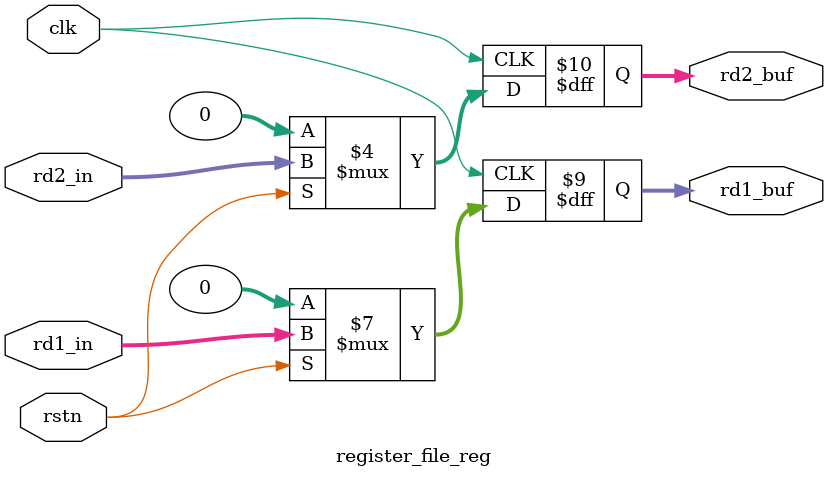
<source format=v>
module register_file_reg (
  input clk, 
  input rstn,

  input [31:0] rd1_in, 
  input [31:0] rd2_in,
  
  output reg [31:0] rd1_buf,
  output reg [31:0] rd2_buf
);

always @ (posedge clk) begin
  if (!rstn) begin
    rd1_buf <= 32'b0;
    rd2_buf <= 32'b0;
  end else begin
    rd1_buf <= rd1_in;
    rd2_buf <= rd2_in;
  end
end

endmodule

</source>
